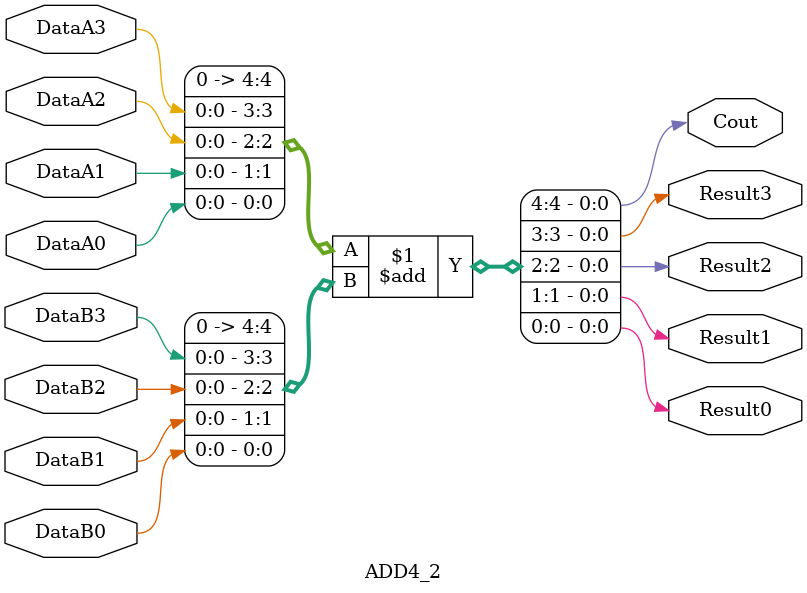
<source format=v>
module ADD4_2(
	DataA0, DataA1, DataA2, DataA3,
	DataB0, DataB1, DataB2, DataB3,
	Result0, Result1, Result2, Result3, Cout
);
input DataA0, DataA1, DataA2, DataA3;
input DataB0, DataB1, DataB2, DataB3;
output Result0, Result1, Result2, Result3, Cout;
assign {Cout, Result3, Result2, Result1, Result0} = {DataA3, DataA2, DataA1, DataA0} + {DataB3, DataB2, DataB1, DataB0};
endmodule
</source>
